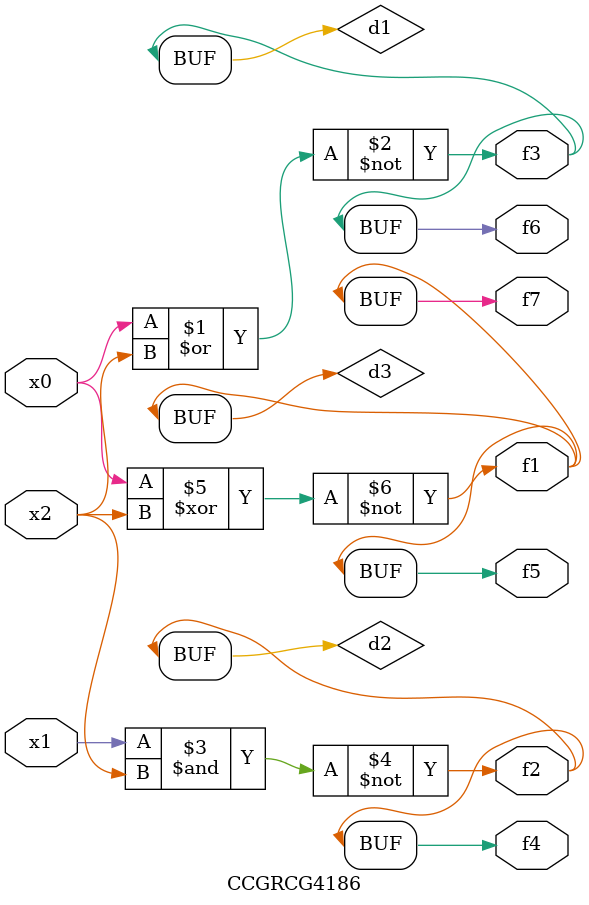
<source format=v>
module CCGRCG4186(
	input x0, x1, x2,
	output f1, f2, f3, f4, f5, f6, f7
);

	wire d1, d2, d3;

	nor (d1, x0, x2);
	nand (d2, x1, x2);
	xnor (d3, x0, x2);
	assign f1 = d3;
	assign f2 = d2;
	assign f3 = d1;
	assign f4 = d2;
	assign f5 = d3;
	assign f6 = d1;
	assign f7 = d3;
endmodule

</source>
